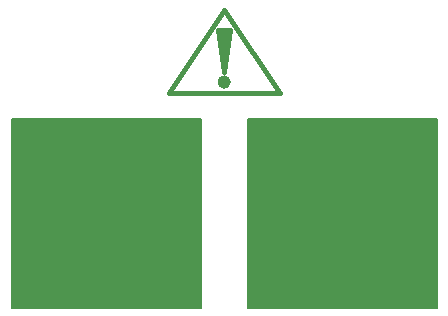
<source format=gts>
G04 #@! TF.GenerationSoftware,KiCad,Pcbnew,6.0.0*
G04 #@! TF.CreationDate,2022-01-10T21:46:17+01:00*
G04 #@! TF.ProjectId,superhotplate,73757065-7268-46f7-9470-6c6174652e6b,rev?*
G04 #@! TF.SameCoordinates,Original*
G04 #@! TF.FileFunction,Soldermask,Top*
G04 #@! TF.FilePolarity,Negative*
%FSLAX46Y46*%
G04 Gerber Fmt 4.6, Leading zero omitted, Abs format (unit mm)*
G04 Created by KiCad (PCBNEW 6.0.0) date 2022-01-10 21:46:17*
%MOMM*%
%LPD*%
G01*
G04 APERTURE LIST*
%ADD10C,0.150000*%
%ADD11C,0.381000*%
%ADD12C,8.600000*%
%ADD13C,4.700000*%
G04 APERTURE END LIST*
D10*
X72000000Y-152000000D02*
X88000000Y-152000000D01*
X88000000Y-152000000D02*
X88000000Y-168000000D01*
X88000000Y-168000000D02*
X72000000Y-168000000D01*
X72000000Y-168000000D02*
X72000000Y-152000000D01*
G36*
X72000000Y-152000000D02*
G01*
X88000000Y-152000000D01*
X88000000Y-168000000D01*
X72000000Y-168000000D01*
X72000000Y-152000000D01*
G37*
X92000000Y-152000000D02*
X108000000Y-152000000D01*
X108000000Y-152000000D02*
X108000000Y-168000000D01*
X108000000Y-168000000D02*
X92000000Y-168000000D01*
X92000000Y-168000000D02*
X92000000Y-152000000D01*
G36*
X92000000Y-152000000D02*
G01*
X108000000Y-152000000D01*
X108000000Y-168000000D01*
X92000000Y-168000000D01*
X92000000Y-152000000D01*
G37*
D11*
X90508000Y-144460000D02*
X90000000Y-148016000D01*
X90000000Y-148016000D02*
X89873000Y-144460000D01*
X94699000Y-149794000D02*
X85301000Y-149794000D01*
X90000000Y-144460000D02*
X90508000Y-144460000D01*
X89492000Y-144460000D02*
X90000000Y-144460000D01*
X85301000Y-149794000D02*
X90000000Y-142809000D01*
X90000000Y-148016000D02*
X89492000Y-144460000D01*
X90000000Y-142809000D02*
X94699000Y-149794000D01*
X90000000Y-147889000D02*
X90127000Y-144460000D01*
X90127000Y-148905000D02*
G75*
G03*
X90127000Y-148905000I-127000J0D01*
G01*
X90359210Y-148905000D02*
G75*
G03*
X90359210Y-148905000I-359210J0D01*
G01*
D12*
X100000000Y-160000000D03*
D13*
X100000000Y-160000000D03*
X80000000Y-160000000D03*
D12*
X80000000Y-160000000D03*
M02*

</source>
